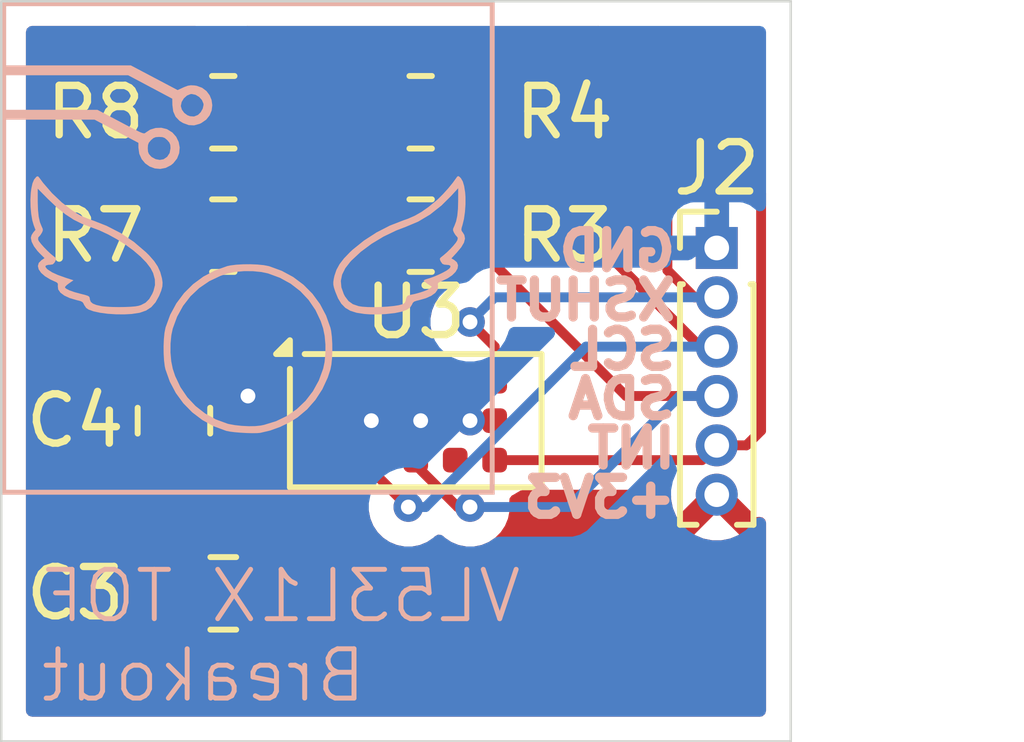
<source format=kicad_pcb>
(kicad_pcb (version 20241229) (generator "pcbnew") (generator_version "9.0")
  (layers (0 "F.Cu" signal) (2 "B.Cu" signal) (13 "F.Paste" user) (15 "B.Paste" user) (5 "F.SilkS" user "F.Silkscreen") (7 "B.SilkS" user "B.Silkscreen") (1 "F.Mask" user) (3 "B.Mask" user) (25 "Edge.Cuts" user))
  (net 0 "")
  (net 1 "GND")
  (net 2 "+3V3")
  (net 3 "SDA")
  (net 4 "SCL")
  (net 5 "XSHUT")
  (net 6 "TOF_INT")
  (footprint "Resistor_SMD:R_0805_2012Metric" (layer "F.Cu") (at 171 107.25)
    (property "Reference" "R4" (at 2.9125 0 0) (layer "F.SilkS"))
    (property "Value" "5.1k")
    (fp_line (start -0.227064 -0.735) (end 0.227064 -0.735) (stroke (width 0.12)) (layer "F.SilkS"))
    (fp_line (start -0.227064 0.735) (end 0.227064 0.735) (stroke (width 0.12)) (layer "F.SilkS"))
    (pad "1" smd roundrect (at -0.9125 0) (size 1.025 1.4) (layers "F.Cu" "F.Mask" "F.Paste") (roundrect_rratio 0.243902) (net 2 "+3V3"))
    (pad "2" smd roundrect (at 0.9125 0) (size 1.025 1.4) (layers "F.Cu" "F.Mask" "F.Paste") (roundrect_rratio 0.243902) (net 4 "SCL"))
  )
  (footprint "Resistor_SMD:R_0805_2012Metric" (layer "F.Cu") (at 167 107.25 180)
    (property "Reference" "R8" (at 2.5875 0 0) (layer "F.SilkS"))
    (property "Value" "5.1k")
    (fp_line (start -0.227064 0.735) (end 0.227064 0.735) (stroke (width 0.12)) (layer "F.SilkS"))
    (fp_line (start -0.227064 -0.735) (end 0.227064 -0.735) (stroke (width 0.12)) (layer "F.SilkS"))
    (pad "1" smd roundrect (at -0.9125 0 180) (size 1.025 1.4) (layers "F.Cu" "F.Mask" "F.Paste") (roundrect_rratio 0.243902) (net 2 "+3V3"))
    (pad "2" smd roundrect (at 0.9125 0 180) (size 1.025 1.4) (layers "F.Cu" "F.Mask" "F.Paste") (roundrect_rratio 0.243902) (net 6 "TOF_INT"))
  )
  (footprint "Capacitor_SMD:C_0805_2012Metric" (layer "F.Cu") (at 166 113.5 90)
    (property "Reference" "C4" (at 0 -2 180) (layer "F.SilkS"))
    (property "Value" "4.7uF")
    (fp_line (start -0.261252 -0.735) (end 0.261252 -0.735) (stroke (width 0.12)) (layer "F.SilkS"))
    (fp_line (start -0.261252 0.735) (end 0.261252 0.735) (stroke (width 0.12)) (layer "F.SilkS"))
    (pad "1" smd roundrect (at -0.95 0 90) (size 1 1.45) (layers "F.Cu" "F.Mask" "F.Paste") (net 2 "+3V3"))
    (pad "2" smd roundrect (at 0.95 0 90) (size 1 1.45) (layers "F.Cu" "F.Mask" "F.Paste") (net 1 "GND"))
  )
  (footprint "Resistor_SMD:R_0805_2012Metric" (layer "F.Cu") (at 171 109.75)
    (property "Reference" "R3" (at 2.9125 0 0) (layer "F.SilkS"))
    (property "Value" "5.1k")
    (fp_line (start -0.227064 -0.735) (end 0.227064 -0.735) (stroke (width 0.12)) (layer "F.SilkS"))
    (fp_line (start -0.227064 0.735) (end 0.227064 0.735) (stroke (width 0.12)) (layer "F.SilkS"))
    (pad "1" smd roundrect (at -0.9125 0) (size 1.025 1.4) (layers "F.Cu" "F.Mask" "F.Paste") (roundrect_rratio 0.243902) (net 2 "+3V3"))
    (pad "2" smd roundrect (at 0.9125 0) (size 1.025 1.4) (layers "F.Cu" "F.Mask" "F.Paste") (roundrect_rratio 0.243902) (net 3 "SDA"))
  )
  (footprint "Resistor_SMD:R_0805_2012Metric" (layer "F.Cu") (at 167 109.75 180)
    (property "Reference" "R7" (at 2.5875 0 0) (layer "F.SilkS"))
    (property "Value" "5.1k")
    (fp_line (start -0.227064 0.735) (end 0.227064 0.735) (stroke (width 0.12)) (layer "F.SilkS"))
    (fp_line (start -0.227064 -0.735) (end 0.227064 -0.735) (stroke (width 0.12)) (layer "F.SilkS"))
    (pad "1" smd roundrect (at -0.9125 0 180) (size 1.025 1.4) (layers "F.Cu" "F.Mask" "F.Paste") (roundrect_rratio 0.243902) (net 2 "+3V3"))
    (pad "2" smd roundrect (at 0.9125 0 180) (size 1.025 1.4) (layers "F.Cu" "F.Mask" "F.Paste") (roundrect_rratio 0.243902) (net 5 "XSHUT"))
  )
  (footprint "Sensor_Distance:ST_VL53L1x" (layer "F.Cu") (at 170.9 113.5)
    (property "Reference" "U3" (at 0 -2.2 0) (layer "F.SilkS"))
    (property "Value" "VL53L1CXV0FY1")
    (fp_line (start -2.55 -1.05) (end -2.55 1.35) (stroke (width 0.12)) (layer "F.SilkS"))
    (fp_line (start -2.55 1.35) (end 2.55 1.35) (stroke (width 0.12)) (layer "F.SilkS"))
    (fp_line (start 2.55 -1.35) (end -2.25 -1.35) (stroke (width 0.12)) (layer "F.SilkS"))
    (fp_line (start 2.55 1.35) (end 2.55 -1.35) (stroke (width 0.12)) (layer "F.SilkS"))
    (fp_poly (pts (xy -2.55 -1.35) (xy -2.83 -1.35) (xy -2.55 -1.63) (xy -2.55 -1.35)) (stroke (width 0.12)) (fill yes) (layer "F.SilkS"))
    (pad "1" smd roundrect (at -1.74 -0.675) (size 0.38 0.25) (layers "F.Cu" "F.Mask" "F.Paste") (net 2 "+3V3"))
    (pad "1" smd roundrect (at -1.6 -0.8) (size 0.5 0.5) (layers "F.Cu" "F.Mask" "F.Paste") (net 2 "+3V3"))
    (pad "2" smd roundrect (at -0.8 -0.8) (size 0.5 0.5) (layers "F.Cu" "F.Mask" "F.Paste") (net 1 "GND"))
    (pad "3" smd roundrect (at 0 -0.8) (size 0.5 0.5) (layers "F.Cu" "F.Mask" "F.Paste") (net 1 "GND"))
    (pad "4" smd roundrect (at 0.8 -0.8) (size 0.5 0.5) (layers "F.Cu" "F.Mask" "F.Paste") (net 1 "GND"))
    (pad "5" smd roundrect (at 1.6 -0.8) (size 0.5 0.5) (layers "F.Cu" "F.Mask" "F.Paste") (net 5 "XSHUT"))
    (pad "6" smd roundrect (at 1.6 0) (size 0.5 0.5) (layers "F.Cu" "F.Mask" "F.Paste") (net 1 "GND"))
    (pad "7" smd roundrect (at 1.6 0.8) (size 0.5 0.5) (layers "F.Cu" "F.Mask" "F.Paste") (net 6 "TOF_INT"))
    (pad "8" smd roundrect (at 0.8 0.8) (size 0.5 0.5) (layers "F.Cu" "F.Mask" "F.Paste"))
    (pad "9" smd roundrect (at 0 0.8) (size 0.5 0.5) (layers "F.Cu" "F.Mask" "F.Paste") (net 3 "SDA"))
    (pad "10" smd roundrect (at -0.8 0.8) (size 0.5 0.5) (layers "F.Cu" "F.Mask" "F.Paste") (net 4 "SCL"))
    (pad "11" smd roundrect (at -1.6 0.8) (size 0.5 0.5) (layers "F.Cu" "F.Mask" "F.Paste") (net 2 "+3V3"))
    (pad "12" smd roundrect (at -1.6 0) (size 0.5 0.5) (layers "F.Cu" "F.Mask" "F.Paste") (net 1 "GND"))
  )
  (footprint "Connector_PinHeader_1.00mm:PinHeader_1x06_P1.00mm_Vertical" (layer "F.Cu") (at 177 110)
    (property "Reference" "J2" (at 0 -1.61 0) (layer "F.SilkS"))
    (property "Value" "Conn_01x06_Pin")
    (fp_line (start -0.745 -0.735) (end 0 -0.735) (stroke (width 0.12)) (layer "F.SilkS"))
    (fp_line (start -0.745 0) (end -0.745 -0.735) (stroke (width 0.12)) (layer "F.SilkS"))
    (fp_line (start -0.745 0.735) (end -0.745 5.61) (stroke (width 0.12)) (layer "F.SilkS"))
    (fp_line (start -0.745 0.735) (end -0.685565 0.735) (stroke (width 0.12)) (layer "F.SilkS"))
    (fp_line (start -0.745 5.61) (end -0.41003 5.61) (stroke (width 0.12)) (layer "F.SilkS"))
    (fp_line (start 0.41003 5.61) (end 0.745 5.61) (stroke (width 0.12)) (layer "F.SilkS"))
    (fp_line (start 0.685565 0.735) (end 0.745 0.735) (stroke (width 0.12)) (layer "F.SilkS"))
    (fp_line (start 0.745 0.735) (end 0.745 5.61) (stroke (width 0.12)) (layer "F.SilkS"))
    (pad "1" thru_hole rect (at 0 0) (size 0.85 0.85) (drill 0.5) (layers "*.Cu" "*.Mask") (net 1 "GND"))
    (pad "2" thru_hole circle (at 0 1) (size 0.85 0.85) (drill 0.5) (layers "*.Cu" "*.Mask") (net 5 "XSHUT"))
    (pad "3" thru_hole circle (at 0 2) (size 0.85 0.85) (drill 0.5) (layers "*.Cu" "*.Mask") (net 4 "SCL"))
    (pad "4" thru_hole circle (at 0 3) (size 0.85 0.85) (drill 0.5) (layers "*.Cu" "*.Mask") (net 3 "SDA"))
    (pad "5" thru_hole circle (at 0 4) (size 0.85 0.85) (drill 0.5) (layers "*.Cu" "*.Mask") (net 6 "TOF_INT"))
    (pad "6" thru_hole circle (at 0 5) (size 0.85 0.85) (drill 0.5) (layers "*.Cu" "*.Mask") (net 2 "+3V3"))
  )
  (footprint "Capacitor_SMD:C_0805_2012Metric" (layer "F.Cu") (at 167 117)
    (property "Reference" "C3" (at -3 0 0) (layer "F.SilkS"))
    (property "Value" "100nF")
    (fp_line (start -0.261252 -0.735) (end 0.261252 -0.735) (stroke (width 0.12)) (layer "F.SilkS"))
    (fp_line (start -0.261252 0.735) (end 0.261252 0.735) (stroke (width 0.12)) (layer "F.SilkS"))
    (pad "1" smd roundrect (at -0.95 0) (size 1 1.45) (layers "F.Cu" "F.Mask" "F.Paste") (net 2 "+3V3"))
    (pad "2" smd roundrect (at 0.95 0) (size 1 1.45) (layers "F.Cu" "F.Mask" "F.Paste") (net 1 "GND"))
  )
  (footprint "Images:Untitled" (layer "B.Cu") (at 167.5 110 180)
    (property "Reference" "G***" (hide yes))
    (property "Value" "LOGO" (hide yes))
    (fp_poly (pts (xy 0.098018 -0.33116) (xy 0.237437 -0.339104) (xy 0.357198 -0.35388) (xy 0.42 -0.36745) (xy 0.671987 -0.456902) (xy 0.903588 -0.579627) (xy 1.112294 -0.733115) (xy 1.295594 -0.914855) (xy 1.450978 -1.122337) (xy 1.575938 -1.353051) (xy 1.667962 -1.604486) (xy 1.672345 -1.620047) (xy 1.691703 -1.719954) (xy 1.70424 -1.847461) (xy 1.709953 -1.990754) (xy 1.708839 -2.138018) (xy 1.700895 -2.277437) (xy 1.686119 -2.397198) (xy 1.672549 -2.46) (xy 1.583794 -2.709775) (xy 1.461807 -2.940218) (xy 1.309417 -3.148481) (xy 1.129457 -3.331717) (xy 0.924758 -3.487081) (xy 0.698152 -3.611726) (xy 0.452469 -3.702806) (xy 0.43 -3.709127) (xy 0.360646 -3.722606) (xy 0.262924 -3.734442) (xy 0.14824 -3.744) (xy 0.028001 -3.750642) (xy -0.086387 -3.753734) (xy -0.183516 -3.752638) (xy -0.25 -3.747047) (xy -0.445279 -3.701447) (xy -0.647856 -3.628721) (xy -0.842865 -3.535042) (xy -1.006871 -3.432766) (xy -1.199122 -3.271071) (xy -1.366961 -3.079987) (xy -1.507374 -2.863919) (xy -1.617347 -2.627273) (xy -1.672346 -2.459952) (xy -1.691704 -2.360045) (xy -1.704241 -2.232538) (xy -1.709954 -2.089245) (xy -1.708972 -1.959419) (xy -1.569807 -1.959419) (xy -1.56901 -2.140708) (xy -1.55216 -2.313262) (xy -1.524075 -2.445983) (xy -1.435841 -2.68594) (xy -1.315536 -2.904199) (xy -1.165831 -3.09833) (xy -0.989399 -3.265899) (xy -0.788913 -3.404478) (xy -0.567045 -3.511633) (xy -0.326466 -3.584935) (xy -0.256722 -3.598953) (xy -0.148342 -3.610286) (xy -0.01559 -3.612064) (xy 0.127274 -3.605104) (xy 0.26599 -3.590223) (xy 0.386299 -3.568235) (xy 0.416572 -3.560404) (xy 0.653237 -3.473437) (xy 0.869326 -3.35337) (xy 1.062193 -3.202859) (xy 1.229188 -3.024561) (xy 1.367663 -2.821133) (xy 1.47497 -2.595234) (xy 1.523296 -2.45) (xy 1.554563 -2.295764) (xy 1.569806 -2.12058) (xy 1.569009 -1.939291) (xy 1.552159 -1.766737) (xy 1.524074 -1.634016) (xy 1.43545 -1.392659) (xy 1.314687 -1.173559) (xy 1.16404 -0.978977) (xy 0.985763 -0.811176) (xy 0.782112 -0.672417) (xy 0.555342 -0.564961) (xy 0.41 -0.516703) (xy 0.255764 -0.485436) (xy 0.08058 -0.470193) (xy -0.100709 -0.47099) (xy -0.273263 -0.48784) (xy -0.405984 -0.515925) (xy -0.647341 -0.604549) (xy -0.866441 -0.725312) (xy -1.061023 -0.875959) (xy -1.228824 -1.054236) (xy -1.367583 -1.257887) (xy -1.475039 -1.484657) (xy -1.523297 -1.63) (xy -1.554564 -1.784235) (xy -1.569807 -1.959419) (xy -1.708972 -1.959419) (xy -1.70884 -1.941981) (xy -1.700896 -1.802562) (xy -1.68612 -1.682801) (xy -1.67255 -1.62) (xy -1.583098 -1.368012) (xy -1.460373 -1.136411) (xy -1.306885 -0.927705) (xy -1.125145 -0.744405) (xy -0.917663 -0.589021) (xy -0.686949 -0.464061) (xy -0.435514 -0.372037) (xy -0.419953 -0.367654) (xy -0.320046 -0.348296) (xy -0.192539 -0.335759) (xy -0.049246 -0.330046)) (fill yes) (layer "B.SilkS"))
    (fp_poly (pts (xy 5 0) (xy 5 -5) (xy 0 -5) (xy -5 -5) (xy -5 0) (xy -4.9 0) (xy -4.9 -4.9) (xy 0 -4.9) (xy 4.9 -4.9) (xy 4.9 -1.15) (xy 4.9 2.6) (xy 4.004471 2.6) (xy 3.108943 2.6) (xy 2.664719 2.365) (xy 2.220495 2.13) (xy 2.220247 2.034358) (xy 2.202763 1.908822) (xy 2.154924 1.801107) (xy 2.082613 1.713859) (xy 1.991713 1.649724) (xy 1.888106 1.611348) (xy 1.777675 1.601375) (xy 1.666303 1.622451) (xy 1.559872 1.677223) (xy 1.512478 1.716061) (xy 1.436245 1.812297) (xy 1.393576 1.921028) (xy 1.38441 2.021227) (xy 1.57 2.021227) (xy 1.587432 1.92397) (xy 1.637651 1.846865) (xy 1.71 1.798058) (xy 1.786319 1.784236) (xy 1.870411 1.799544) (xy 1.94704 1.840391) (xy 1.968132 1.858902) (xy 2.007367 1.905052) (xy 2.025522 1.951867) (xy 2.029999 2.018614) (xy 2.03 2.02) (xy 2.025808 2.086758) (xy 2.008009 2.133661) (xy 1.968767 2.180437) (xy 1.964615 2.184616) (xy 1.917028 2.225841) (xy 1.870838 2.245018) (xy 1.806319 2.249983) (xy 1.8 2.25) (xy 1.733242 2.245809) (xy 1.686339 2.22801) (xy 1.639563 2.188768) (xy 1.635384 2.184616) (xy 1.593859 2.136532) (xy 1.57474 2.089722) (xy 1.570003 2.024133) (xy 1.57 2.021227) (xy 1.38441 2.021227) (xy 1.38313 2.035215) (xy 1.403568 2.147816) (xy 1.453549 2.25179) (xy 1.531733 2.340095) (xy 1.63678 2.405691) (xy 1.644357 2.40894) (xy 1.75422 2.435823) (xy 1.870045 2.431998) (xy 1.979356 2.399485) (xy 2.069678 2.340303) (xy 2.069934 2.340062) (xy 2.082926 2.329112) (xy 2.097564 2.323008) (xy 2.118149 2.323523) (xy 2.148985 2.332434) (xy 2.194372 2.351516) (xy 2.258615 2.382544) (xy 2.346015 2.427294) (xy 2.460876 2.487541) (xy 2.580207 2.550619) (xy 3.05 2.799205) (xy 3.975 2.799603) (xy 4.9 2.8) (xy 4.9 3.15) (xy 4.9 3.5) (xy 3.664245 3.5) (xy 2.42849 3.5) (xy 1.981195 3.262411) (xy 1.533901 3.024821) (xy 1.53195 2.897411) (xy 1.514673 2.765555) (xy 1.4666 2.658682) (xy 1.386715 2.575069) (xy 1.316363 2.531934) (xy 1.200526 2.489601) (xy 1.090974 2.484173) (xy 0.978641 2.51562) (xy 0.946188 2.530663) (xy 0.845925 2.599668) (xy 0.77599 2.687077) (xy 0.735238 2.786608) (xy 0.722521 2.891979) (xy 0.723596 2.899937) (xy 0.9 2.899937) (xy 0.915949 2.825738) (xy 0.956717 2.75189) (xy 1.011681 2.697294) (xy 1.015113 2.695096) (xy 1.092606 2.664341) (xy 1.173489 2.669675) (xy 1.227856 2.690324) (xy 1.29122 2.736968) (xy 1.338637 2.802548) (xy 1.35973 2.87216) (xy 1.36 2.880064) (xy 1.343257 2.958814) (xy 1.299155 3.031328) (xy 1.236884 3.087586) (xy 1.165634 3.117568) (xy 1.139936 3.12) (xy 1.061186 3.103258) (xy 0.988672 3.059156) (xy 0.932414 2.996885) (xy 0.902432 2.925635) (xy 0.9 2.899937) (xy 0.723596 2.899937) (xy 0.736693 2.996909) (xy 0.776609 3.095117) (xy 0.841121 3.180321) (xy 0.929082 3.246241) (xy 1.039348 3.286593) (xy 1.085464 3.293775) (xy 1.15851 3.297212) (xy 1.220563 3.28744) (xy 1.291824 3.260745) (xy 1.310368 3.252404) (xy 1.425485 3.199702) (xy 1.899717 3.449851) (xy 2.373949 3.7) (xy 3.636974 3.7) (xy 4.9 3.7) (xy 4.9 4.3) (xy 4.9 4.9) (xy 0 4.9) (xy -4.9 4.9) (xy -4.9 0) (xy -5 0) (xy -5 5) (xy 0 5) (xy 5 5)) (fill yes) (layer "B.SilkS"))
    (fp_poly (pts (xy 4.276885 1.449602) (xy 4.290432 1.439642) (xy 4.334369 1.387282) (xy 4.367138 1.309782) (xy 4.390637 1.201633) (xy 4.401233 1.118238) (xy 4.408885 0.979118) (xy 4.405558 0.831083) (xy 4.392343 0.686483) (xy 4.370332 0.557668) (xy 4.343416 0.46415) (xy 4.306362 0.36663) (xy 4.353181 0.3122) (xy 4.385391 0.260248) (xy 4.39993 0.208142) (xy 4.4 0.2052) (xy 4.383483 0.125159) (xy 4.337077 0.033349) (xy 4.265495 -0.061935) (xy 4.221879 -0.108148) (xy 4.122718 -0.205818) (xy 4.186359 -0.248555) (xy 4.240046 -0.302674) (xy 4.257605 -0.365551) (xy 4.241039 -0.433861) (xy 4.192351 -0.504276) (xy 4.113544 -0.573471) (xy 4.00662 -0.638119) (xy 3.930809 -0.672927) (xy 3.878209 -0.697156) (xy 3.854607 -0.719345) (xy 3.851234 -0.750632) (xy 3.85396 -0.770532) (xy 3.846046 -0.840539) (xy 3.800908 -0.906263) (xy 3.721259 -0.965718) (xy 3.609809 -1.01692) (xy 3.469269 -1.057884) (xy 3.458119 -1.060381) (xy 3.392449 -1.077295) (xy 3.35453 -1.096592) (xy 3.332495 -1.126161) (xy 3.322551 -1.150475) (xy 3.277914 -1.21682) (xy 3.228914 -1.249174) (xy 3.127543 -1.285177) (xy 2.995375 -1.313744) (xy 2.841071 -1.333988) (xy 2.673294 -1.345024) (xy 2.500706 -1.345967) (xy 2.357695 -1.338254) (xy 2.195644 -1.313896) (xy 2.064286 -1.268686) (xy 1.958256 -1.199083) (xy 1.872185 -1.101547) (xy 1.800708 -0.972536) (xy 1.799565 -0.97) (xy 1.75676 -0.864651) (xy 1.734396 -0.779072) (xy 1.733038 -0.752558) (xy 1.884164 -0.752558) (xy 1.914545 -0.870883) (xy 1.940563 -0.931179) (xy 2.001914 -1.035678) (xy 2.074511 -1.108164) (xy 2.16749 -1.156566) (xy 2.218775 -1.1727) (xy 2.283486 -1.183716) (xy 2.377945 -1.191658) (xy 2.492014 -1.196454) (xy 2.615553 -1.19803) (xy 2.738425 -1.196313) (xy 2.850491 -1.191231) (xy 2.94161 -1.182708) (xy 2.970923 -1.178136) (xy 3.074623 -1.154568) (xy 3.144011 -1.126944) (xy 3.184771 -1.091814) (xy 3.202587 -1.045726) (xy 3.203721 -1.036772) (xy 3.208216 -1.00676) (xy 3.219654 -0.985813) (xy 3.245639 -0.969566) (xy 3.293774 -0.953653) (xy 3.371664 -0.933711) (xy 3.391862 -0.928761) (xy 3.521363 -0.893269) (xy 3.620238 -0.857996) (xy 3.685125 -0.824292) (xy 3.709143 -0.801386) (xy 3.700541 -0.780844) (xy 3.666166 -0.747412) (xy 3.628177 -0.718746) (xy 3.535532 -0.655004) (xy 3.702766 -0.600867) (xy 3.853482 -0.547037) (xy 3.968649 -0.494168) (xy 4.052602 -0.440153) (xy 4.076962 -0.419134) (xy 4.105041 -0.381102) (xy 4.095328 -0.355555) (xy 4.047695 -0.342354) (xy 4.005513 -0.340306) (xy 3.955222 -0.331972) (xy 3.9217 -0.300162) (xy 3.908494 -0.277087) (xy 3.889554 -0.236288) (xy 3.89089 -0.21019) (xy 3.917142 -0.183544) (xy 3.94298 -0.163808) (xy 4.001825 -0.114896) (xy 4.067883 -0.052763) (xy 4.133531 0.014493) (xy 4.191146 0.078774) (xy 4.233103 0.131982) (xy 4.251101 0.163472) (xy 4.250801 0.210215) (xy 4.235634 0.228477) (xy 4.205943 0.260954) (xy 4.175603 0.308858) (xy 4.175559 0.308942) (xy 4.157372 0.350927) (xy 4.158018 0.385583) (xy 4.17847 0.432534) (xy 4.182034 0.439414) (xy 4.216337 0.524605) (xy 4.240188 0.631182) (xy 4.254424 0.764773) (xy 4.259884 0.931004) (xy 4.26 0.963225) (xy 4.26 1.200991) (xy 4.055 0.993769) (xy 3.873176 0.821293) (xy 3.699962 0.681641) (xy 3.528954 0.570561) (xy 3.353747 0.483802) (xy 3.202246 0.42776) (xy 3.017946 0.359389) (xy 2.832424 0.273344) (xy 2.650676 0.173281) (xy 2.477701 0.062857) (xy 2.318495 -0.054272) (xy 2.178055 -0.17445) (xy 2.061379 -0.29402) (xy 1.973464 -0.409327) (xy 1.922149 -0.508847) (xy 1.886887 -0.636216) (xy 1.884164 -0.752558) (xy 1.733038 -0.752558) (xy 1.730347 -0.700007) (xy 1.742462 -0.614303) (xy 1.777108 -0.488069) (xy 1.828126 -0.374728) (xy 1.90094 -0.265458) (xy 2.000973 -0.15144) (xy 2.067923 -0.085073) (xy 2.312142 0.123635) (xy 2.575905 0.300491) (xy 2.863484 0.448074) (xy 3.11574 0.547555) (xy 3.232098 0.589158) (xy 3.321628 0.624634) (xy 3.395778 0.659484) (xy 3.465993 0.699206) (xy 3.543721 0.749299) (xy 3.563705 0.762758) (xy 3.771384 0.922088) (xy 3.97056 1.110917) (xy 4.150712 1.318794) (xy 4.22677 1.421459) (xy 4.253328 1.451337)) (fill yes) (layer "B.SilkS"))
    (fp_poly (pts (xy -4.239724 1.444561) (xy -4.222258 1.42021) (xy -4.149047 1.319047) (xy -4.056086 1.20593) (xy -3.954852 1.093898) (xy -3.856825 0.995991) (xy -3.818072 0.961096) (xy -3.662099 0.833415) (xy -3.519824 0.732958) (xy -3.382005 0.654178) (xy -3.239402 0.591529) (xy -3.15 0.560121) (xy -2.874976 0.453292) (xy -2.605342 0.314706) (xy -2.351074 0.150315) (xy -2.122148 -0.033927) (xy -2.064631 -0.087603) (xy -1.944715 -0.21258) (xy -1.855944 -0.328067) (xy -1.793478 -0.44204) (xy -1.75248 -0.56248) (xy -1.739104 -0.624394) (xy -1.729514 -0.689345) (xy -1.729752 -0.742699) (xy -1.74161 -0.800495) (xy -1.766878 -0.87877) (xy -1.767818 -0.881476) (xy -1.825042 -1.021152) (xy -1.891759 -1.13069) (xy -1.973202 -1.213594) (xy -2.074603 -1.273371) (xy -2.201195 -1.313526) (xy -2.358212 -1.337566) (xy -2.46 -1.34522) (xy -2.552367 -1.347404) (xy -2.663925 -1.345839) (xy -2.774075 -1.340896) (xy -2.8 -1.339098) (xy -2.977045 -1.319741) (xy -3.116564 -1.291035) (xy -3.220049 -1.252442) (xy -3.288993 -1.203423) (xy -3.322552 -1.150475) (xy -3.340854 -1.111584) (xy -3.368313 -1.087433) (xy -3.416798 -1.070137) (xy -3.45812 -1.060381) (xy -3.601651 -1.020051) (xy -3.715272 -0.969571) (xy -3.796535 -0.910754) (xy -3.842991 -0.84541) (xy -3.852192 -0.775353) (xy -3.851215 -0.76944) (xy -3.846708 -0.729546) (xy -3.858234 -0.705149) (xy -3.894457 -0.685067) (xy -3.926344 -0.672459) (xy -4.044214 -0.617607) (xy -4.138617 -0.554054) (xy -4.207233 -0.485698) (xy -4.24774 -0.41644) (xy -4.257817 -0.350181) (xy -4.235144 -0.290819) (xy -4.18112 -0.244346) (xy -4.123675 -0.211377) (xy -4.234566 -0.091602) (xy -4.323931 0.015829) (xy -4.378296 0.108584) (xy -4.398568 0.189616) (xy -4.385654 0.261877) (xy -4.357424 0.308733) (xy -4.333521 0.342102) (xy -4.324981 0.370909) (xy -4.330934 0.409766) (xy -4.348088 0.465784) (xy -4.377153 0.585027) (xy -4.397681 0.729083) (xy -4.408498 0.883449) (xy -4.408463 0.965985) (xy -4.259932 0.965985) (xy -4.255608 0.792589) (xy -4.241907 0.65219) (xy -4.217897 0.538686) (xy -4.182645 0.445975) (xy -4.179521 0.439688) (xy -4.157788 0.390382) (xy -4.15592 0.355065) (xy -4.173236 0.313405) (xy -4.175169 0.309688) (xy -4.205094 0.261937) (xy -4.233882 0.229766) (xy -4.234364 0.229406) (xy -4.251826 0.20371) (xy -4.244371 0.161733) (xy -4.241729 0.154548) (xy -4.215178 0.110448) (xy -4.165829 0.049458) (xy -4.101734 -0.01985) (xy -4.030945 -0.088902) (xy -3.961512 -0.149126) (xy -3.942981 -0.163563) (xy -3.901541 -0.196884) (xy -3.887457 -0.221431) (xy -3.896097 -0.252449) (xy -3.908495 -0.277087) (xy -3.940067 -0.322097) (xy -3.981224 -0.338947) (xy -4.005514 -0.340306) (xy -4.073898 -0.346774) (xy -4.104389 -0.365544) (xy -4.097249 -0.396908) (xy -4.076963 -0.420033) (xy -4.028063 -0.455773) (xy -3.952315 -0.49832) (xy -3.860984 -0.542341) (xy -3.765335 -0.582508) (xy -3.676635 -0.61349) (xy -3.655 -0.619679) (xy -3.600215 -0.637112) (xy -3.565888 -0.653262) (xy -3.56 -0.659941) (xy -3.575273 -0.678509) (xy -3.614267 -0.709647) (xy -3.64376 -0.730113) (xy -3.727519 -0.785543) (xy -3.681352 -0.822927) (xy -3.634813 -0.849194) (xy -3.56036 -0.878906) (xy -3.469428 -0.908315) (xy -3.37345 -0.933675) (xy -3.295162 -0.94946) (xy -3.242366 -0.963903) (xy -3.216403 -0.990739) (xy -3.208491 -1.015876) (xy -3.193381 -1.0771) (xy -3.17723 -1.111236) (xy -3.152085 -1.130595) (xy -3.127722 -1.140866) (xy -3.054193 -1.16027) (xy -2.95043 -1.176238) (xy -2.826085 -1.188361) (xy -2.69081 -1.196229) (xy -2.554257 -1.199433) (xy -2.426077 -1.197564) (xy -2.315923 -1.190211) (xy -2.24 -1.178528) (xy -2.12594 -1.139144) (xy -2.037519 -1.075709) (xy -1.967016 -0.981872) (xy -1.941296 -0.932714) (xy -1.893499 -0.798059) (xy -1.882314 -0.668269) (xy -1.908401 -0.540466) (xy -1.972418 -0.411773) (xy -2.075024 -0.279309) (xy -2.096134 -0.25644) (xy -2.285414 -0.079745) (xy -2.505848 0.084458) (xy -2.749287 0.231105) (xy -3.007581 0.355134) (xy -3.196052 0.426868) (xy -3.449716 0.533563) (xy -3.691458 0.677818) (xy -3.921825 0.860008) (xy -4.119416 1.056209) (xy -4.259863 1.21) (xy -4.259932 0.965985) (xy -4.408463 0.965985) (xy -4.408434 1.033619) (xy -4.401499 1.126614) (xy -4.381739 1.253548) (xy -4.354137 1.346902) (xy -4.316535 1.41269) (xy -4.288576 1.441182) (xy -4.261562 1.457039)) (fill yes) (layer "B.SilkS"))
  )
  (gr_line (start 178.5 120) (end 162.5 120) (stroke (width 0.05)) (layer "Edge.Cuts"))
  (gr_line (start 162.5 120) (end 162.5 105) (stroke (width 0.05)) (layer "Edge.Cuts"))
  (gr_line (start 162.5 105) (end 178.5 105) (stroke (width 0.05)) (layer "Edge.Cuts"))
  (gr_line (start 178.5 105) (end 178.5 120) (stroke (width 0.05)) (layer "Edge.Cuts"))
  (gr_text "SCL" (at 176.25 112.5 0) (layer "B.SilkS") (effects (font (size 0.75 0.75) (thickness 0.1875) (bold yes)) (justify left bottom mirror)))
  (gr_text "+3V3" (at 176.25 115.5 0) (layer "B.SilkS") (effects (font (size 0.75 0.75) (thickness 0.1875) (bold yes)) (justify left bottom mirror)))
  (gr_text "VL53L1X TOF\nBreakout" (at 163.25 119.25 0) (layer "B.SilkS") (effects (font (size 1 1) (thickness 0.1)) (justify right bottom mirror)))
  (gr_text "XSHUT" (at 176.25 111.5 0) (layer "B.SilkS") (effects (font (size 0.75 0.75) (thickness 0.1875) (bold yes)) (justify left bottom mirror)))
  (gr_text "INT" (at 176.25 114.5 0) (layer "B.SilkS") (effects (font (size 0.75 0.75) (thickness 0.1875) (bold yes)) (justify left bottom mirror)))
  (gr_text "GND" (at 176.25 110.5 0) (layer "B.SilkS") (effects (font (size 0.75 0.75) (thickness 0.1875) (bold yes)) (justify left bottom mirror)))
  (gr_text "SDA" (at 176.25 113.5 0) (layer "B.SilkS") (effects (font (size 0.75 0.75) (thickness 0.1875) (bold yes)) (justify left bottom mirror)))
  (segment (start 170.1 113.4) (end 170 113.5) (width 0.2) (layer "F.Cu") (net 1))
  (segment (start 171.7 113.2) (end 172 113.5) (width 0.2) (layer "F.Cu") (net 1))
  (segment (start 169.3 113.5) (end 172.5 113.5) (width 0.2) (layer "F.Cu") (net 1))
  (segment (start 167.95 117) (end 167.95 113.45) (width 0.2) (layer "F.Cu") (net 1))
  (segment (start 166 112.55) (end 167.05 112.55) (width 0.2) (layer "F.Cu") (net 1))
  (segment (start 167.95 113.45) (end 167.5 113) (width 0.2) (layer "F.Cu") (net 1))
  (segment (start 167.05 112.55) (end 167.5 113) (width 0.2) (layer "F.Cu") (net 1))
  (segment (start 170.1 112.7) (end 170.1 113.4) (width 0.2) (layer "F.Cu") (net 1))
  (segment (start 171.7 112.7) (end 170.1 112.7) (width 0.2) (layer "F.Cu") (net 1))
  (segment (start 171.7 112.7) (end 171.7 113.2) (width 0.2) (layer "F.Cu") (net 1))
  (segment (start 170.9 113.4) (end 171 113.5) (width 0.2) (layer "F.Cu") (net 1))
  (segment (start 170.9 112.7) (end 170.9 113.4) (width 0.2) (layer "F.Cu") (net 1))
  (via (at 171 113.5) (size 0.6) (drill 0.3) (layers "F.Cu" "B.Cu") (net 1))
  (via (at 172 113.5) (size 0.6) (drill 0.3) (layers "F.Cu" "B.Cu") (net 1))
  (via (at 170 113.5) (size 0.6) (drill 0.3) (layers "F.Cu" "B.Cu") (net 1))
  (via (at 167.5 113) (size 0.6) (drill 0.3) (layers "F.Cu" "B.Cu") (net 1))
  (segment (start 166.05 114.5) (end 166 114.45) (width 0.2) (layer "F.Cu") (net 2))
  (segment (start 167.9125 109.5) (end 168.2325 109.5) (width 0.2) (layer "F.Cu") (net 2))
  (segment (start 175.1625 113) (end 171.9125 109.75) (width 0.2) (layer "F.Cu") (net 3))
  (segment (start 177 113) (end 175.1625 113) (width 0.2) (layer "F.Cu") (net 3))
  (segment (start 171.75 115.25) (end 172 115.25) (width 0.2) (layer "F.Cu") (net 3))
  (segment (start 170.9 114.4) (end 171.75 115.25) (width 0.2) (layer "F.Cu") (net 3))
  (segment (start 170.9 114.3) (end 170.9 114.4) (width 0.2) (layer "F.Cu") (net 3))
  (via (at 172 115.25) (size 0.6) (drill 0.3) (layers "F.Cu" "B.Cu") (net 3))
  (segment (start 177 113) (end 176.25 113) (width 0.2) (layer "B.Cu") (net 3))
  (segment (start 174 115.25) (end 172 115.25) (width 0.2) (layer "B.Cu") (net 3))
  (segment (start 176.25 113) (end 174 115.25) (width 0.2) (layer "B.Cu") (net 3))
  (segment (start 176.6625 112) (end 177 112) (width 0.2) (layer "F.Cu") (net 4))
  (segment (start 171.9125 107.25) (end 176.6625 112) (width 0.2) (layer "F.Cu") (net 4))
  (segment (start 170.1 114.6) (end 170.75 115.25) (width 0.2) (layer "F.Cu") (net 4))
  (segment (start 170.1 114.3) (end 170.1 114.6) (width 0.2) (layer "F.Cu") (net 4))
  (via (at 170.75 115.25) (size 0.6) (drill 0.3) (layers "F.Cu" "B.Cu") (net 4))
  (segment (start 174.349943 112) (end 177 112) (width 0.2) (layer "B.Cu") (net 4))
  (segment (start 171.099943 115.25) (end 174.349943 112) (width 0.2) (layer "B.Cu") (net 4))
  (segment (start 170.75 115.25) (end 171.099943 115.25) (width 0.2) (layer "B.Cu") (net 4))
  (segment (start 176 110.452) (end 176.548 111) (width 0.2) (layer "F.Cu") (net 5))
  (segment (start 176.548 111) (end 177 111) (width 0.2) (layer "F.Cu") (net 5))
  (segment (start 173.248 106.002) (end 176 108.754) (width 0.2) (layer "F.Cu") (net 5))
  (segment (start 167.6526 106.002) (end 173.248 106.002) (width 0.2) (layer "F.Cu") (net 5))
  (segment (start 167 108.8375) (end 167 106.6546) (width 0.2) (layer "F.Cu") (net 5))
  (segment (start 166.0875 109.75) (end 167 108.8375) (width 0.2) (layer "F.Cu") (net 5))
  (segment (start 172.5 112) (end 172 111.5) (width 0.2) (layer "F.Cu") (net 5))
  (segment (start 167 106.6546) (end 167.6526 106.002) (width 0.2) (layer "F.Cu") (net 5))
  (segment (start 176 108.754) (end 176 110.452) (width 0.2) (layer "F.Cu") (net 5))
  (segment (start 172.5 112.7) (end 172.5 112) (width 0.2) (layer "F.Cu") (net 5))
  (via (at 172 111.5) (size 0.6) (drill 0.3) (layers "F.Cu" "B.Cu") (net 5))
  (segment (start 172 111.5) (end 172.5 111) (width 0.2) (layer "B.Cu") (net 5))
  (segment (start 172.5 111) (end 177 111) (width 0.2) (layer "B.Cu") (net 5))
  (segment (start 174.601 105.601) (end 177.899 108.899) (width 0.2) (layer "F.Cu") (net 6))
  (segment (start 177.899 113.70204) (end 177.60104 114) (width 0.2) (layer "F.Cu") (net 6))
  (segment (start 177 114) (end 176.7 114.3) (width 0.2) (layer "F.Cu") (net 6))
  (segment (start 177.899 108.899) (end 177.899 113.70204) (width 0.2) (layer "F.Cu") (net 6))
  (segment (start 166.0875 107) (end 167.4865 105.601) (width 0.2) (layer "F.Cu") (net 6))
  (segment (start 167.4865 105.601) (end 174.601 105.601) (width 0.2) (layer "F.Cu") (net 6))
  (segment (start 166.0875 107.25) (end 166.0875 107) (width 0.2) (layer "F.Cu") (net 6))
  (segment (start 177.60104 114) (end 177 114) (width 0.2) (layer "F.Cu") (net 6))
  (segment (start 176.7 114.3) (end 172.5 114.3) (width 0.2) (layer "F.Cu") (net 6))
  (zone (net 2) (net_name "+3V3") (layer "F.Cu") (connect_pads (clearance 0.5)) (min_thickness 0.25) (fill yes (thermal_gap 0.5) (thermal_bridge_width 0.5))
    (polygon (pts (xy 162.5 105) (xy 178.5 105) (xy 178.5 120) (xy 162.5 120)))
  )
  (zone (net 1) (net_name "GND") (layer "B.Cu") (priority 1) (connect_pads (clearance 0.5)) (min_thickness 0.25) (fill yes (thermal_gap 0.5) (thermal_bridge_width 0.5))
    (polygon (pts (xy 162.5 105) (xy 178.5 105) (xy 178.5 120) (xy 162.5 120)))
  )
)
</source>
